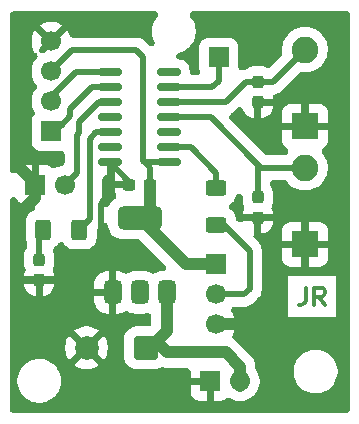
<source format=gbr>
%TF.GenerationSoftware,KiCad,Pcbnew,9.0.6*%
%TF.CreationDate,2025-12-27T15:46:14+02:00*%
%TF.ProjectId,Pylv_spora,50796c76-e473-4706-9f72-612e6b696361,rev?*%
%TF.SameCoordinates,Original*%
%TF.FileFunction,Copper,L1,Top*%
%TF.FilePolarity,Positive*%
%FSLAX46Y46*%
G04 Gerber Fmt 4.6, Leading zero omitted, Abs format (unit mm)*
G04 Created by KiCad (PCBNEW 9.0.6) date 2025-12-27 15:46:14*
%MOMM*%
%LPD*%
G01*
G04 APERTURE LIST*
G04 Aperture macros list*
%AMRoundRect*
0 Rectangle with rounded corners*
0 $1 Rounding radius*
0 $2 $3 $4 $5 $6 $7 $8 $9 X,Y pos of 4 corners*
0 Add a 4 corners polygon primitive as box body*
4,1,4,$2,$3,$4,$5,$6,$7,$8,$9,$2,$3,0*
0 Add four circle primitives for the rounded corners*
1,1,$1+$1,$2,$3*
1,1,$1+$1,$4,$5*
1,1,$1+$1,$6,$7*
1,1,$1+$1,$8,$9*
0 Add four rect primitives between the rounded corners*
20,1,$1+$1,$2,$3,$4,$5,0*
20,1,$1+$1,$4,$5,$6,$7,0*
20,1,$1+$1,$6,$7,$8,$9,0*
20,1,$1+$1,$8,$9,$2,$3,0*%
G04 Aperture macros list end*
%ADD10C,0.300000*%
%TA.AperFunction,NonConductor*%
%ADD11C,0.300000*%
%TD*%
%TA.AperFunction,ComponentPad*%
%ADD12R,1.700000X1.700000*%
%TD*%
%TA.AperFunction,ComponentPad*%
%ADD13C,1.700000*%
%TD*%
%TA.AperFunction,ComponentPad*%
%ADD14RoundRect,0.250000X0.750000X0.750000X-0.750000X0.750000X-0.750000X-0.750000X0.750000X-0.750000X0*%
%TD*%
%TA.AperFunction,ComponentPad*%
%ADD15C,2.000000*%
%TD*%
%TA.AperFunction,SMDPad,CuDef*%
%ADD16RoundRect,0.375000X0.375000X-0.625000X0.375000X0.625000X-0.375000X0.625000X-0.375000X-0.625000X0*%
%TD*%
%TA.AperFunction,SMDPad,CuDef*%
%ADD17RoundRect,0.500000X1.400000X-0.500000X1.400000X0.500000X-1.400000X0.500000X-1.400000X-0.500000X0*%
%TD*%
%TA.AperFunction,ComponentPad*%
%ADD18R,2.250000X2.250000*%
%TD*%
%TA.AperFunction,ComponentPad*%
%ADD19C,2.250000*%
%TD*%
%TA.AperFunction,SMDPad,CuDef*%
%ADD20RoundRect,0.250000X0.400000X0.625000X-0.400000X0.625000X-0.400000X-0.625000X0.400000X-0.625000X0*%
%TD*%
%TA.AperFunction,SMDPad,CuDef*%
%ADD21RoundRect,0.250000X-0.625000X0.400000X-0.625000X-0.400000X0.625000X-0.400000X0.625000X0.400000X0*%
%TD*%
%TA.AperFunction,SMDPad,CuDef*%
%ADD22RoundRect,0.237500X-0.237500X0.300000X-0.237500X-0.300000X0.237500X-0.300000X0.237500X0.300000X0*%
%TD*%
%TA.AperFunction,SMDPad,CuDef*%
%ADD23RoundRect,0.237500X0.237500X-0.300000X0.237500X0.300000X-0.237500X0.300000X-0.237500X-0.300000X0*%
%TD*%
%TA.AperFunction,SMDPad,CuDef*%
%ADD24RoundRect,0.150000X0.825000X0.150000X-0.825000X0.150000X-0.825000X-0.150000X0.825000X-0.150000X0*%
%TD*%
%TA.AperFunction,SMDPad,CuDef*%
%ADD25RoundRect,0.237500X0.300000X0.237500X-0.300000X0.237500X-0.300000X-0.237500X0.300000X-0.237500X0*%
%TD*%
%TA.AperFunction,Conductor*%
%ADD26C,0.500000*%
%TD*%
%TA.AperFunction,Conductor*%
%ADD27C,1.000000*%
%TD*%
%TA.AperFunction,Conductor*%
%ADD28C,0.200000*%
%TD*%
G04 APERTURE END LIST*
D10*
D11*
X161583082Y-99900828D02*
X161583082Y-100972257D01*
X161583082Y-100972257D02*
X161511653Y-101186542D01*
X161511653Y-101186542D02*
X161368796Y-101329400D01*
X161368796Y-101329400D02*
X161154510Y-101400828D01*
X161154510Y-101400828D02*
X161011653Y-101400828D01*
X163154510Y-101400828D02*
X162654510Y-100686542D01*
X162297367Y-101400828D02*
X162297367Y-99900828D01*
X162297367Y-99900828D02*
X162868796Y-99900828D01*
X162868796Y-99900828D02*
X163011653Y-99972257D01*
X163011653Y-99972257D02*
X163083082Y-100043685D01*
X163083082Y-100043685D02*
X163154510Y-100186542D01*
X163154510Y-100186542D02*
X163154510Y-100400828D01*
X163154510Y-100400828D02*
X163083082Y-100543685D01*
X163083082Y-100543685D02*
X163011653Y-100615114D01*
X163011653Y-100615114D02*
X162868796Y-100686542D01*
X162868796Y-100686542D02*
X162297367Y-100686542D01*
D12*
%TO.P,pinheader1,1,Pin_1*%
%TO.N,SCK*%
X140000000Y-86680000D03*
D13*
%TO.P,pinheader1,2,Pin_2*%
%TO.N,SDA*%
X140000000Y-84140000D03*
%TO.P,pinheader1,3,Pin_3*%
%TO.N,3.3V*%
X140000000Y-81600000D03*
%TO.P,pinheader1,4,Pin_4*%
%TO.N,GND*%
X140000000Y-79060000D03*
%TD*%
D14*
%TO.P,C1,1*%
%TO.N,Vin*%
X148000000Y-105000000D03*
D15*
%TO.P,C1,2*%
%TO.N,GND*%
X143000000Y-105000000D03*
%TD*%
D16*
%TO.P,U2,1,GND*%
%TO.N,GND*%
X145200000Y-100300000D03*
%TO.P,U2,2,VO*%
%TO.N,3.3V*%
X147500000Y-100300000D03*
D17*
X147500000Y-94000000D03*
D16*
%TO.P,U2,3,VI*%
%TO.N,Vin*%
X149800000Y-100300000D03*
%TD*%
D18*
%TO.P,SW2,1,1*%
%TO.N,GND*%
X161500000Y-96250000D03*
D19*
%TO.P,SW2,2,2*%
%TO.N,PA6*%
X161500000Y-89750000D03*
%TD*%
D20*
%TO.P,R2,1*%
%TO.N,Net-(U1-PA2)*%
X142400000Y-95000000D03*
%TO.P,R2,2*%
%TO.N,Net-(D1-A)*%
X139300000Y-95000000D03*
%TD*%
D21*
%TO.P,R1,1*%
%TO.N,PA4*%
X154000000Y-91500000D03*
%TO.P,R1,2*%
%TO.N,Net-(Feedback1-Pin_2)*%
X154000000Y-94600000D03*
%TD*%
D18*
%TO.P,SW1,1,1*%
%TO.N,GND*%
X161500000Y-86250000D03*
D19*
%TO.P,SW1,2,2*%
%TO.N,PA7*%
X161500000Y-79750000D03*
%TD*%
D22*
%TO.P,C3,1*%
%TO.N,PA7*%
X157500000Y-82500000D03*
%TO.P,C3,2*%
%TO.N,GND*%
X157500000Y-84225000D03*
%TD*%
D12*
%TO.P,PWM_out1,1,Pin_1*%
%TO.N,Wo0*%
X154200000Y-80400000D03*
%TD*%
D23*
%TO.P,D1,1,K*%
%TO.N,GND*%
X139000000Y-99262500D03*
%TO.P,D1,2,A*%
%TO.N,Net-(D1-A)*%
X139000000Y-97537500D03*
%TD*%
D22*
%TO.P,C4,1*%
%TO.N,PA6*%
X157500000Y-92275000D03*
%TO.P,C4,2*%
%TO.N,GND*%
X157500000Y-94000000D03*
%TD*%
D12*
%TO.P,PWR1,1,Pin_1*%
%TO.N,GND*%
X153460000Y-107825000D03*
D13*
%TO.P,PWR1,2,Pin_2*%
%TO.N,Vin*%
X156000000Y-107825000D03*
%TD*%
D24*
%TO.P,U1,1,VCC*%
%TO.N,3.3V*%
X149950000Y-89310000D03*
%TO.P,U1,2,PA4*%
%TO.N,PA4*%
X149950000Y-88040000D03*
%TO.P,U1,3,PA5*%
%TO.N,unconnected-(U1-PA5-Pad3)*%
X149950000Y-86770000D03*
%TO.P,U1,4,PA6*%
%TO.N,PA6*%
X149950000Y-85500000D03*
%TO.P,U1,5,PA7*%
%TO.N,PA7*%
X149950000Y-84230000D03*
%TO.P,U1,6,PB3*%
%TO.N,Wo0*%
X149950000Y-82960000D03*
%TO.P,U1,7,PB2*%
%TO.N,unconnected-(U1-PB2-Pad7)*%
X149950000Y-81690000D03*
%TO.P,U1,8,PB1*%
%TO.N,SDA*%
X145000000Y-81690000D03*
%TO.P,U1,9,PB0*%
%TO.N,SCK*%
X145000000Y-82960000D03*
%TO.P,U1,10,~{RESET}/PA0*%
%TO.N,Net-(U1-~{RESET}{slash}PA0)*%
X145000000Y-84230000D03*
%TO.P,U1,11,PA1*%
%TO.N,unconnected-(U1-PA1-Pad11)*%
X145000000Y-85500000D03*
%TO.P,U1,12,PA2*%
%TO.N,Net-(U1-PA2)*%
X145000000Y-86770000D03*
%TO.P,U1,13,PA3*%
%TO.N,unconnected-(U1-PA3-Pad13)*%
X145000000Y-88040000D03*
%TO.P,U1,14,GND*%
%TO.N,GND*%
X145000000Y-89310000D03*
%TD*%
D25*
%TO.P,C2,1*%
%TO.N,3.3V*%
X148362500Y-91190000D03*
%TO.P,C2,2*%
%TO.N,GND*%
X146637500Y-91190000D03*
%TD*%
D12*
%TO.P,Feedback1,1,Pin_1*%
%TO.N,3.3V*%
X154000000Y-97920000D03*
D13*
%TO.P,Feedback1,2,Pin_2*%
%TO.N,Net-(Feedback1-Pin_2)*%
X154000000Y-100460000D03*
%TO.P,Feedback1,3,Pin_3*%
%TO.N,GND*%
X154000000Y-103000000D03*
%TD*%
D12*
%TO.P,UPDI1,1,Pin_1*%
%TO.N,GND*%
X138660000Y-91200000D03*
D13*
%TO.P,UPDI1,2,Pin_2*%
%TO.N,Net-(U1-~{RESET}{slash}PA0)*%
X141200000Y-91200000D03*
%TD*%
D26*
%TO.N,Net-(U1-~{RESET}{slash}PA0)*%
X142200000Y-90200000D02*
X141200000Y-91200000D01*
X142200000Y-87000000D02*
X142200000Y-90200000D01*
X142400000Y-86800000D02*
X142200000Y-87000000D01*
X145000000Y-84230000D02*
X144025001Y-84230000D01*
X144025001Y-84230000D02*
X142400000Y-85855001D01*
X142400000Y-85855001D02*
X142400000Y-86800000D01*
%TO.N,SCK*%
X141600000Y-85400000D02*
X140800000Y-86200000D01*
X140800000Y-86200000D02*
X140480000Y-86200000D01*
X141600000Y-84800000D02*
X141600000Y-85400000D01*
X143440000Y-82960000D02*
X141600000Y-84800000D01*
X140480000Y-86200000D02*
X140000000Y-86680000D01*
X145000000Y-82960000D02*
X143440000Y-82960000D01*
%TO.N,SDA*%
X142110000Y-81690000D02*
X145000000Y-81690000D01*
X140000000Y-83800000D02*
X142110000Y-81690000D01*
%TO.N,3.3V*%
X147800000Y-80400000D02*
X147200000Y-79800000D01*
X147200000Y-79800000D02*
X141800000Y-79800000D01*
X147800000Y-89200000D02*
X147800000Y-80400000D01*
X147910000Y-89310000D02*
X147800000Y-89200000D01*
X141800000Y-79800000D02*
X140000000Y-81600000D01*
%TO.N,GND*%
X144200000Y-92800000D02*
X144200000Y-96400000D01*
X144200000Y-97800000D02*
X141400000Y-100600000D01*
X144400000Y-92600000D02*
X144200000Y-92800000D01*
X145145000Y-91855000D02*
X144400000Y-92600000D01*
X144200000Y-96400000D02*
X144200000Y-97800000D01*
X145145000Y-89455000D02*
X145145000Y-91855000D01*
X145000000Y-89310000D02*
X145145000Y-89455000D01*
D27*
X157800000Y-103000000D02*
X158000000Y-103200000D01*
X154000000Y-103000000D02*
X157800000Y-103000000D01*
%TO.N,Vin*%
X149800000Y-105400000D02*
X149100000Y-104700000D01*
X156000000Y-106600000D02*
X154800000Y-105400000D01*
X154800000Y-105400000D02*
X149800000Y-105400000D01*
X149100000Y-104700000D02*
X149100000Y-104300000D01*
X156000000Y-108200000D02*
X156000000Y-106600000D01*
X149100000Y-104300000D02*
X149800000Y-103600000D01*
D26*
%TO.N,Net-(D1-A)*%
X139000000Y-95300000D02*
X139300000Y-95000000D01*
X139000000Y-97537500D02*
X139000000Y-95300000D01*
D27*
%TO.N,GND*%
X137000000Y-94000000D02*
X137000000Y-95200000D01*
X137400000Y-93600000D02*
X137000000Y-94000000D01*
X138660000Y-92340000D02*
X137400000Y-93600000D01*
X138660000Y-91200000D02*
X138660000Y-92340000D01*
X137400000Y-89800000D02*
X137400000Y-87000000D01*
X138660000Y-91200000D02*
X138660000Y-91060000D01*
X138660000Y-91060000D02*
X137400000Y-89800000D01*
D26*
%TO.N,Wo0*%
X153640000Y-82960000D02*
X149950000Y-82960000D01*
X154200000Y-82400000D02*
X153640000Y-82960000D01*
X154200000Y-80400000D02*
X154200000Y-82400000D01*
%TO.N,PA7*%
X158750000Y-82500000D02*
X161500000Y-79750000D01*
X157500000Y-82500000D02*
X158750000Y-82500000D01*
X154770000Y-84230000D02*
X149950000Y-84230000D01*
X156500000Y-82500000D02*
X154770000Y-84230000D01*
X157500000Y-82500000D02*
X156500000Y-82500000D01*
%TO.N,PA6*%
X157500000Y-92275000D02*
X157500000Y-89500000D01*
X157500000Y-89500000D02*
X153500000Y-85500000D01*
X153500000Y-85500000D02*
X149950000Y-85500000D01*
X157750000Y-89750000D02*
X157500000Y-89500000D01*
X161500000Y-89750000D02*
X157750000Y-89750000D01*
%TO.N,Net-(Feedback1-Pin_2)*%
X154600000Y-94600000D02*
X154000000Y-94600000D01*
X156800000Y-96800000D02*
X154600000Y-94600000D01*
X156800000Y-100000000D02*
X156800000Y-96800000D01*
X156340000Y-100460000D02*
X156800000Y-100000000D01*
X154000000Y-100460000D02*
X156340000Y-100460000D01*
D27*
%TO.N,3.3V*%
X151420000Y-97920000D02*
X147500000Y-94000000D01*
X154000000Y-97920000D02*
X151420000Y-97920000D01*
D26*
%TO.N,PA4*%
X151840000Y-88040000D02*
X154000000Y-90200000D01*
X149950000Y-88040000D02*
X151840000Y-88040000D01*
X154000000Y-90200000D02*
X154000000Y-91500000D01*
%TO.N,Net-(U1-PA2)*%
X143301000Y-94099000D02*
X142400000Y-95000000D01*
X143301000Y-87294682D02*
X143301000Y-94099000D01*
X145000000Y-86770000D02*
X143825682Y-86770000D01*
X143825682Y-86770000D02*
X143301000Y-87294682D01*
D27*
%TO.N,Vin*%
X149800000Y-103600000D02*
X149800000Y-100300000D01*
X148400000Y-105000000D02*
X149100000Y-104300000D01*
X148000000Y-105000000D02*
X148400000Y-105000000D01*
%TO.N,3.3V*%
X148362500Y-93137500D02*
X148362500Y-91190000D01*
X147500000Y-94000000D02*
X148362500Y-93137500D01*
D26*
%TO.N,GND*%
X146637500Y-90947500D02*
X145000000Y-89310000D01*
X146637500Y-91190000D02*
X146637500Y-90947500D01*
%TO.N,3.3V*%
X149950000Y-89310000D02*
X147910000Y-89310000D01*
X148362500Y-89762500D02*
X147910000Y-89310000D01*
X148362500Y-91190000D02*
X148362500Y-89762500D01*
D28*
%TO.N,SCK*%
X144025001Y-82960000D02*
X145000000Y-82960000D01*
%TD*%
%TA.AperFunction,Conductor*%
%TO.N,GND*%
G36*
X165108511Y-76520691D02*
G01*
X165201935Y-76578536D01*
X165268154Y-76666224D01*
X165298225Y-76771912D01*
X165299500Y-76799500D01*
X165299500Y-110200500D01*
X165279309Y-110308511D01*
X165221464Y-110401935D01*
X165133776Y-110468154D01*
X165028088Y-110498225D01*
X165000500Y-110499500D01*
X136799500Y-110499500D01*
X136691489Y-110479309D01*
X136598065Y-110421464D01*
X136531846Y-110333776D01*
X136501775Y-110228088D01*
X136500500Y-110200500D01*
X136500500Y-107678712D01*
X137149500Y-107678712D01*
X137149500Y-107921288D01*
X137181162Y-108161789D01*
X137197495Y-108222743D01*
X137243947Y-108396104D01*
X137336777Y-108620214D01*
X137458061Y-108830284D01*
X137458063Y-108830288D01*
X137605729Y-109022731D01*
X137605732Y-109022735D01*
X137605735Y-109022738D01*
X137777262Y-109194265D01*
X137777265Y-109194267D01*
X137777268Y-109194270D01*
X137888765Y-109279824D01*
X137969711Y-109341936D01*
X138179788Y-109463224D01*
X138403900Y-109556054D01*
X138638211Y-109618838D01*
X138850732Y-109646816D01*
X138878711Y-109650500D01*
X138878712Y-109650500D01*
X139121289Y-109650500D01*
X139143986Y-109647511D01*
X139361789Y-109618838D01*
X139596100Y-109556054D01*
X139820212Y-109463224D01*
X140030289Y-109341936D01*
X140222738Y-109194265D01*
X140394265Y-109022738D01*
X140541936Y-108830289D01*
X140663224Y-108620212D01*
X140756054Y-108396100D01*
X140818838Y-108161789D01*
X140850500Y-107921288D01*
X140850500Y-107678712D01*
X140818838Y-107438211D01*
X140756054Y-107203900D01*
X140663224Y-106979788D01*
X140541936Y-106769711D01*
X140488828Y-106700499D01*
X140394270Y-106577268D01*
X140394267Y-106577265D01*
X140394265Y-106577262D01*
X140222738Y-106405735D01*
X140222735Y-106405732D01*
X140222731Y-106405729D01*
X140030288Y-106258063D01*
X140030284Y-106258061D01*
X139820214Y-106136777D01*
X139596104Y-106043947D01*
X139568417Y-106036528D01*
X139361789Y-105981162D01*
X139201455Y-105960054D01*
X139121289Y-105949500D01*
X139121288Y-105949500D01*
X138878712Y-105949500D01*
X138878711Y-105949500D01*
X138758461Y-105965331D01*
X138638211Y-105981162D01*
X138534896Y-106008845D01*
X138403895Y-106043947D01*
X138179785Y-106136777D01*
X137969715Y-106258061D01*
X137969711Y-106258063D01*
X137777268Y-106405729D01*
X137777256Y-106405740D01*
X137605740Y-106577256D01*
X137605729Y-106577268D01*
X137458063Y-106769711D01*
X137458061Y-106769715D01*
X137336777Y-106979785D01*
X137243947Y-107203895D01*
X137243946Y-107203900D01*
X137181162Y-107438211D01*
X137149500Y-107678712D01*
X136500500Y-107678712D01*
X136500500Y-104882020D01*
X141200000Y-104882020D01*
X141200000Y-105117979D01*
X141230799Y-105351916D01*
X141291871Y-105579836D01*
X141382162Y-105797822D01*
X141382168Y-105797834D01*
X141500138Y-106002161D01*
X141500143Y-106002169D01*
X141532020Y-106043713D01*
X142502093Y-105073640D01*
X142534075Y-105192993D01*
X142599901Y-105307007D01*
X142692993Y-105400099D01*
X142807007Y-105465925D01*
X142926358Y-105497905D01*
X141956284Y-106467978D01*
X141956284Y-106467979D01*
X141997827Y-106499855D01*
X141997832Y-106499858D01*
X142202170Y-106617833D01*
X142202177Y-106617837D01*
X142420163Y-106708128D01*
X142648083Y-106769200D01*
X142882021Y-106800000D01*
X143117979Y-106800000D01*
X143351916Y-106769200D01*
X143579836Y-106708128D01*
X143797822Y-106617837D01*
X143797834Y-106617831D01*
X144002172Y-106499855D01*
X144043714Y-106467979D01*
X143073641Y-105497905D01*
X143192993Y-105465925D01*
X143307007Y-105400099D01*
X143400099Y-105307007D01*
X143465925Y-105192993D01*
X143497905Y-105073640D01*
X144467979Y-106043714D01*
X144499855Y-106002172D01*
X144617831Y-105797834D01*
X144617837Y-105797822D01*
X144708128Y-105579836D01*
X144769200Y-105351916D01*
X144800000Y-105117979D01*
X144800000Y-104882020D01*
X144769200Y-104648083D01*
X144708128Y-104420163D01*
X144617837Y-104202177D01*
X144617833Y-104202170D01*
X144499858Y-103997832D01*
X144499855Y-103997827D01*
X144467978Y-103956284D01*
X143497905Y-104926357D01*
X143465925Y-104807007D01*
X143400099Y-104692993D01*
X143307007Y-104599901D01*
X143192993Y-104534075D01*
X143073640Y-104502093D01*
X144043713Y-103532020D01*
X144002169Y-103500143D01*
X144002161Y-103500138D01*
X143797834Y-103382168D01*
X143797822Y-103382162D01*
X143579836Y-103291871D01*
X143351916Y-103230799D01*
X143117979Y-103200000D01*
X142882021Y-103200000D01*
X142648083Y-103230799D01*
X142420163Y-103291871D01*
X142202177Y-103382162D01*
X142202165Y-103382168D01*
X141997829Y-103500143D01*
X141956284Y-103532019D01*
X141956284Y-103532020D01*
X142926358Y-104502094D01*
X142807007Y-104534075D01*
X142692993Y-104599901D01*
X142599901Y-104692993D01*
X142534075Y-104807007D01*
X142502094Y-104926358D01*
X141532020Y-103956284D01*
X141532019Y-103956284D01*
X141500143Y-103997829D01*
X141382168Y-104202165D01*
X141382162Y-104202177D01*
X141291871Y-104420163D01*
X141230799Y-104648083D01*
X141200000Y-104882020D01*
X136500500Y-104882020D01*
X136500500Y-100997514D01*
X143650001Y-100997514D01*
X143656282Y-101088029D01*
X143656283Y-101088036D01*
X143706139Y-101300008D01*
X143706139Y-101300009D01*
X143794091Y-101499202D01*
X143794094Y-101499207D01*
X143917158Y-101678859D01*
X144071140Y-101832841D01*
X144250792Y-101955905D01*
X144250797Y-101955908D01*
X144449990Y-102043860D01*
X144449991Y-102043861D01*
X144661968Y-102093717D01*
X144661975Y-102093718D01*
X144752452Y-102099998D01*
X144752490Y-102099999D01*
X144899999Y-102099998D01*
X144900000Y-102099998D01*
X144900000Y-100600000D01*
X143650001Y-100600000D01*
X143650001Y-100997514D01*
X136500500Y-100997514D01*
X136500500Y-99613471D01*
X137725000Y-99613471D01*
X137740012Y-99765884D01*
X137740013Y-99765892D01*
X137799337Y-99961457D01*
X137895676Y-100141693D01*
X138025326Y-100299672D01*
X138025327Y-100299673D01*
X138183306Y-100429323D01*
X138363542Y-100525661D01*
X138363542Y-100525662D01*
X138559113Y-100584987D01*
X138699999Y-100598863D01*
X138700000Y-100598863D01*
X139300000Y-100598863D01*
X139440886Y-100584987D01*
X139636457Y-100525662D01*
X139636457Y-100525661D01*
X139816693Y-100429323D01*
X139974672Y-100299673D01*
X139974674Y-100299671D01*
X139985513Y-100286465D01*
X140104323Y-100141693D01*
X140200661Y-99961457D01*
X140200662Y-99961457D01*
X140259986Y-99765892D01*
X140259987Y-99765884D01*
X140275000Y-99613471D01*
X140275000Y-99602470D01*
X143650000Y-99602470D01*
X143650000Y-100000000D01*
X144900000Y-100000000D01*
X144900000Y-98500000D01*
X144899999Y-98499999D01*
X144752485Y-98500000D01*
X144661970Y-98506282D01*
X144661963Y-98506283D01*
X144449991Y-98556139D01*
X144449990Y-98556139D01*
X144250797Y-98644091D01*
X144250792Y-98644094D01*
X144071140Y-98767158D01*
X144071137Y-98767162D01*
X143917162Y-98921137D01*
X143917158Y-98921140D01*
X143794094Y-99100792D01*
X143794091Y-99100797D01*
X143706139Y-99299990D01*
X143706138Y-99299991D01*
X143656282Y-99511968D01*
X143656281Y-99511975D01*
X143650000Y-99602470D01*
X140275000Y-99602470D01*
X140275000Y-99562500D01*
X139300000Y-99562500D01*
X139300000Y-100598863D01*
X138700000Y-100598863D01*
X138700000Y-99562500D01*
X137725000Y-99562500D01*
X137725000Y-99613471D01*
X136500500Y-99613471D01*
X136500500Y-92489647D01*
X136520691Y-92381636D01*
X136578536Y-92288212D01*
X136666224Y-92221993D01*
X136771912Y-92191922D01*
X136881325Y-92202061D01*
X136979688Y-92251040D01*
X137053715Y-92332244D01*
X137081722Y-92390896D01*
X137084662Y-92399299D01*
X137180577Y-92551947D01*
X137180578Y-92551949D01*
X137308050Y-92679421D01*
X137308052Y-92679422D01*
X137460699Y-92775337D01*
X137630860Y-92834877D01*
X137630857Y-92834877D01*
X137765076Y-92850000D01*
X138330914Y-92850000D01*
X138438925Y-92870191D01*
X138532349Y-92928036D01*
X138598568Y-93015724D01*
X138628639Y-93121412D01*
X138618500Y-93230825D01*
X138569521Y-93329188D01*
X138488317Y-93403215D01*
X138471863Y-93412694D01*
X138313547Y-93497316D01*
X138313546Y-93497316D01*
X138153594Y-93628585D01*
X138153585Y-93628594D01*
X138022316Y-93788546D01*
X138022316Y-93788547D01*
X137924771Y-93971039D01*
X137924766Y-93971051D01*
X137864700Y-94169063D01*
X137849500Y-94323388D01*
X137849500Y-95676611D01*
X137856375Y-95746409D01*
X137864700Y-95830934D01*
X137924768Y-96028954D01*
X137924769Y-96028956D01*
X137926740Y-96033714D01*
X137927944Y-96039422D01*
X137929033Y-96043012D01*
X137928721Y-96043106D01*
X137933164Y-96064171D01*
X137944409Y-96093196D01*
X137948421Y-96136495D01*
X137949420Y-96141230D01*
X137949500Y-96148137D01*
X137949500Y-96486149D01*
X137929309Y-96594160D01*
X137899115Y-96652256D01*
X137895260Y-96658025D01*
X137798875Y-96838346D01*
X137798871Y-96838357D01*
X137739519Y-97034015D01*
X137739517Y-97034024D01*
X137724500Y-97186503D01*
X137724500Y-97888496D01*
X137739517Y-98040975D01*
X137739519Y-98040984D01*
X137798871Y-98236642D01*
X137798877Y-98236656D01*
X137811133Y-98259586D01*
X137844241Y-98364362D01*
X137837264Y-98474022D01*
X137811135Y-98541471D01*
X137799340Y-98563537D01*
X137799335Y-98563550D01*
X137740013Y-98759107D01*
X137740012Y-98759115D01*
X137725000Y-98911528D01*
X137725000Y-98962500D01*
X140275000Y-98962500D01*
X140275000Y-98911528D01*
X140259987Y-98759115D01*
X140259986Y-98759107D01*
X140200662Y-98563544D01*
X140188867Y-98541476D01*
X140155758Y-98436700D01*
X140162734Y-98327040D01*
X140188867Y-98259582D01*
X140201127Y-98236647D01*
X140260481Y-98040983D01*
X140275499Y-97888496D01*
X140275500Y-97888496D01*
X140275500Y-97186504D01*
X140275499Y-97186503D01*
X140260482Y-97034024D01*
X140260481Y-97034021D01*
X140260481Y-97034017D01*
X140201127Y-96838353D01*
X140196863Y-96824296D01*
X140199350Y-96823541D01*
X140197012Y-96812461D01*
X140185445Y-96781287D01*
X140185761Y-96759147D01*
X140181189Y-96737481D01*
X140186539Y-96704661D01*
X140187015Y-96671416D01*
X140195307Y-96650886D01*
X140198871Y-96629031D01*
X140215718Y-96600358D01*
X140228170Y-96569532D01*
X140244900Y-96550690D01*
X140254536Y-96534292D01*
X140262047Y-96525980D01*
X140281337Y-96505417D01*
X140286450Y-96502685D01*
X140446410Y-96371410D01*
X140577685Y-96211450D01*
X140604919Y-96160497D01*
X140631938Y-96131698D01*
X140644941Y-96122166D01*
X140655027Y-96109584D01*
X140688944Y-96089914D01*
X140720563Y-96066739D01*
X140736132Y-96062548D01*
X140750082Y-96054459D01*
X140788814Y-96048370D01*
X140826670Y-96038182D01*
X140842702Y-96039899D01*
X140858631Y-96037395D01*
X140896943Y-96045707D01*
X140935927Y-96049883D01*
X140950257Y-96057276D01*
X140966014Y-96060695D01*
X140998732Y-96082284D01*
X141033580Y-96100262D01*
X141044273Y-96112334D01*
X141057729Y-96121213D01*
X141090053Y-96164017D01*
X141106439Y-96182516D01*
X141108772Y-96188806D01*
X141113695Y-96195324D01*
X141122314Y-96211449D01*
X141122316Y-96211453D01*
X141253585Y-96371405D01*
X141253594Y-96371414D01*
X141413546Y-96502683D01*
X141413550Y-96502685D01*
X141596046Y-96600232D01*
X141794063Y-96660299D01*
X141794066Y-96660300D01*
X141887588Y-96669511D01*
X141948388Y-96675500D01*
X141948392Y-96675500D01*
X142851612Y-96675500D01*
X142902405Y-96670496D01*
X143005934Y-96660300D01*
X143203954Y-96600232D01*
X143386450Y-96502685D01*
X143386452Y-96502683D01*
X143386453Y-96502683D01*
X143546405Y-96371414D01*
X143546404Y-96371414D01*
X143546410Y-96371410D01*
X143607739Y-96296680D01*
X143677683Y-96211453D01*
X143677683Y-96211452D01*
X143677685Y-96211450D01*
X143775232Y-96028954D01*
X143835300Y-95830934D01*
X143850500Y-95676608D01*
X143850500Y-95158980D01*
X143856846Y-95125031D01*
X143858440Y-95090533D01*
X143866860Y-95071460D01*
X143870691Y-95050969D01*
X143888870Y-95021607D01*
X143902820Y-94990012D01*
X143924892Y-94963429D01*
X143928536Y-94957545D01*
X143938068Y-94947562D01*
X143939772Y-94945858D01*
X143953603Y-94932026D01*
X143953612Y-94932020D01*
X144006437Y-94879195D01*
X144116977Y-94768655D01*
X144231941Y-94596598D01*
X144235796Y-94587290D01*
X144295780Y-94495230D01*
X144384973Y-94431052D01*
X144491326Y-94403428D01*
X144600476Y-94416089D01*
X144697683Y-94467324D01*
X144769816Y-94550215D01*
X144807135Y-94653565D01*
X144809899Y-94675647D01*
X144814365Y-94726695D01*
X144873261Y-94946497D01*
X144969430Y-95152732D01*
X145006684Y-95205936D01*
X145099953Y-95339139D01*
X145260861Y-95500047D01*
X145384261Y-95586452D01*
X145447267Y-95630569D01*
X145630383Y-95715957D01*
X145653504Y-95726739D01*
X145873308Y-95785635D01*
X145992657Y-95796076D01*
X146043201Y-95800499D01*
X146043208Y-95800499D01*
X146043216Y-95800500D01*
X147337465Y-95800500D01*
X147445476Y-95820691D01*
X147538900Y-95878536D01*
X147548890Y-95888075D01*
X149649890Y-97989075D01*
X149711988Y-98079728D01*
X149737146Y-98186691D01*
X149721965Y-98295520D01*
X149668496Y-98391515D01*
X149583960Y-98461713D01*
X149479774Y-98496633D01*
X149438465Y-98499500D01*
X149352444Y-98499500D01*
X149261905Y-98505784D01*
X149261899Y-98505785D01*
X149049838Y-98555661D01*
X148850544Y-98643657D01*
X148818972Y-98665285D01*
X148718452Y-98709667D01*
X148608687Y-98714740D01*
X148504502Y-98679819D01*
X148481028Y-98665285D01*
X148449455Y-98643657D01*
X148294024Y-98575028D01*
X148250164Y-98555662D01*
X148250162Y-98555661D01*
X148250161Y-98555661D01*
X148038100Y-98505785D01*
X148038094Y-98505784D01*
X147947556Y-98499500D01*
X147947552Y-98499500D01*
X147052448Y-98499500D01*
X147052444Y-98499500D01*
X146961905Y-98505784D01*
X146961899Y-98505785D01*
X146749838Y-98555661D01*
X146550544Y-98643657D01*
X146550540Y-98643659D01*
X146518531Y-98665587D01*
X146418012Y-98709970D01*
X146308247Y-98715045D01*
X146204061Y-98680124D01*
X146180579Y-98665585D01*
X146149203Y-98644092D01*
X146149202Y-98644091D01*
X145950009Y-98556139D01*
X145950008Y-98556138D01*
X145738031Y-98506282D01*
X145738024Y-98506281D01*
X145647529Y-98500000D01*
X145500000Y-98500000D01*
X145500000Y-102099999D01*
X145647515Y-102099999D01*
X145738029Y-102093717D01*
X145738036Y-102093716D01*
X145950008Y-102043860D01*
X145950009Y-102043860D01*
X146149202Y-101955908D01*
X146149203Y-101955907D01*
X146180579Y-101934415D01*
X146281099Y-101890031D01*
X146390864Y-101884955D01*
X146495050Y-101919874D01*
X146518531Y-101934413D01*
X146550540Y-101956340D01*
X146550544Y-101956342D01*
X146550545Y-101956342D01*
X146550546Y-101956343D01*
X146749836Y-102044338D01*
X146961901Y-102094215D01*
X147007174Y-102097357D01*
X147052444Y-102100500D01*
X147052448Y-102100500D01*
X147947556Y-102100500D01*
X147987795Y-102097706D01*
X148038099Y-102094215D01*
X148132046Y-102072118D01*
X148152863Y-102071156D01*
X148172912Y-102065452D01*
X148207305Y-102068639D01*
X148241807Y-102067044D01*
X148261569Y-102073667D01*
X148282325Y-102075591D01*
X148313243Y-102090986D01*
X148345993Y-102101963D01*
X148362028Y-102115278D01*
X148380688Y-102124570D01*
X148403958Y-102150096D01*
X148430530Y-102172161D01*
X148440672Y-102190370D01*
X148454715Y-102205774D01*
X148467191Y-102237979D01*
X148484000Y-102268156D01*
X148487722Y-102290976D01*
X148494409Y-102308236D01*
X148499500Y-102363177D01*
X148499500Y-102900500D01*
X148479309Y-103008511D01*
X148421464Y-103101935D01*
X148333776Y-103168154D01*
X148228088Y-103198225D01*
X148200500Y-103199500D01*
X147198388Y-103199500D01*
X147044063Y-103214700D01*
X146846051Y-103274766D01*
X146846039Y-103274771D01*
X146663547Y-103372316D01*
X146663546Y-103372316D01*
X146503594Y-103503585D01*
X146503585Y-103503594D01*
X146372316Y-103663546D01*
X146372316Y-103663547D01*
X146274771Y-103846039D01*
X146274766Y-103846051D01*
X146214700Y-104044063D01*
X146199500Y-104198388D01*
X146199500Y-105801611D01*
X146214700Y-105955936D01*
X146241398Y-106043947D01*
X146274768Y-106153954D01*
X146274770Y-106153958D01*
X146274771Y-106153960D01*
X146372316Y-106336452D01*
X146372316Y-106336453D01*
X146503585Y-106496405D01*
X146503594Y-106496414D01*
X146663546Y-106627683D01*
X146724493Y-106660260D01*
X146846046Y-106725232D01*
X147044063Y-106785299D01*
X147044066Y-106785300D01*
X147137588Y-106794511D01*
X147198388Y-106800500D01*
X147198392Y-106800500D01*
X148801612Y-106800500D01*
X148852405Y-106795496D01*
X148955934Y-106785300D01*
X149153954Y-106725232D01*
X149236831Y-106680933D01*
X149341606Y-106647822D01*
X149451266Y-106654797D01*
X149470166Y-106660256D01*
X149495466Y-106668477D01*
X149697648Y-106700500D01*
X151511000Y-106700500D01*
X151619011Y-106720691D01*
X151712435Y-106778536D01*
X151778654Y-106866224D01*
X151808725Y-106971912D01*
X151810000Y-106999500D01*
X151810000Y-107525000D01*
X153055856Y-107525000D01*
X152994075Y-107632007D01*
X152960000Y-107759174D01*
X152960000Y-107890826D01*
X152994075Y-108017993D01*
X153055856Y-108125000D01*
X151810000Y-108125000D01*
X151810000Y-108719923D01*
X151825122Y-108854141D01*
X151884662Y-109024300D01*
X151980577Y-109176947D01*
X151980578Y-109176949D01*
X152108050Y-109304421D01*
X152108052Y-109304422D01*
X152260699Y-109400337D01*
X152430860Y-109459877D01*
X152430857Y-109459877D01*
X152565076Y-109475000D01*
X153160000Y-109475000D01*
X153160000Y-108229144D01*
X153267007Y-108290925D01*
X153394174Y-108325000D01*
X153525826Y-108325000D01*
X153652993Y-108290925D01*
X153760000Y-108229144D01*
X153760000Y-109475000D01*
X154354924Y-109475000D01*
X154489141Y-109459877D01*
X154659300Y-109400337D01*
X154811946Y-109304423D01*
X154812263Y-109304107D01*
X154812836Y-109303713D01*
X154825078Y-109293952D01*
X154825787Y-109294841D01*
X154847707Y-109279824D01*
X154881056Y-109252741D01*
X154892762Y-109248958D01*
X154902913Y-109242005D01*
X154944731Y-109232167D01*
X154985616Y-109218958D01*
X154997900Y-109219660D01*
X155009876Y-109216843D01*
X155052425Y-109222776D01*
X155095319Y-109225228D01*
X155110465Y-109230870D01*
X155118705Y-109232019D01*
X155147441Y-109243331D01*
X155153487Y-109246079D01*
X155366428Y-109354579D01*
X155456574Y-109383869D01*
X155471901Y-109390837D01*
X155474728Y-109392819D01*
X155483896Y-109396616D01*
X155500781Y-109405220D01*
X155695466Y-109468477D01*
X155897648Y-109500500D01*
X155897649Y-109500500D01*
X156102351Y-109500500D01*
X156102352Y-109500500D01*
X156304534Y-109468477D01*
X156499219Y-109405220D01*
X156516103Y-109396616D01*
X156559443Y-109378664D01*
X156633572Y-109354579D01*
X156865051Y-109236634D01*
X157075229Y-109083931D01*
X157258931Y-108900229D01*
X157411634Y-108690051D01*
X157529579Y-108458572D01*
X157609860Y-108211493D01*
X157650500Y-107954897D01*
X157650500Y-107695103D01*
X157609860Y-107438507D01*
X157529579Y-107191428D01*
X157411634Y-106959949D01*
X157352612Y-106878712D01*
X160549500Y-106878712D01*
X160549500Y-107121288D01*
X160581162Y-107361789D01*
X160601719Y-107438507D01*
X160643947Y-107596104D01*
X160736777Y-107820214D01*
X160858061Y-108030284D01*
X160858063Y-108030288D01*
X161005729Y-108222731D01*
X161005732Y-108222735D01*
X161005735Y-108222738D01*
X161177262Y-108394265D01*
X161177265Y-108394267D01*
X161177268Y-108394270D01*
X161369711Y-108541936D01*
X161579788Y-108663224D01*
X161803900Y-108756054D01*
X162038211Y-108818838D01*
X162250732Y-108846816D01*
X162278711Y-108850500D01*
X162278712Y-108850500D01*
X162521289Y-108850500D01*
X162543986Y-108847511D01*
X162761789Y-108818838D01*
X162996100Y-108756054D01*
X163220212Y-108663224D01*
X163430289Y-108541936D01*
X163622738Y-108394265D01*
X163794265Y-108222738D01*
X163941936Y-108030289D01*
X164063224Y-107820212D01*
X164156054Y-107596100D01*
X164218838Y-107361789D01*
X164250500Y-107121288D01*
X164250500Y-106878712D01*
X164218838Y-106638211D01*
X164156054Y-106403900D01*
X164063224Y-106179788D01*
X163941936Y-105969711D01*
X163812949Y-105801611D01*
X163794270Y-105777268D01*
X163794267Y-105777265D01*
X163794265Y-105777262D01*
X163622738Y-105605735D01*
X163622735Y-105605732D01*
X163622731Y-105605729D01*
X163430288Y-105458063D01*
X163430284Y-105458061D01*
X163220214Y-105336777D01*
X162996104Y-105243947D01*
X162976889Y-105238798D01*
X162761789Y-105181162D01*
X162641538Y-105165331D01*
X162521289Y-105149500D01*
X162521288Y-105149500D01*
X162278712Y-105149500D01*
X162278711Y-105149500D01*
X162158461Y-105165331D01*
X162038211Y-105181162D01*
X161934896Y-105208845D01*
X161803895Y-105243947D01*
X161579785Y-105336777D01*
X161369715Y-105458061D01*
X161369711Y-105458063D01*
X161177268Y-105605729D01*
X161177256Y-105605740D01*
X161005740Y-105777256D01*
X161005729Y-105777268D01*
X160858063Y-105969711D01*
X160858061Y-105969715D01*
X160736777Y-106179785D01*
X160643947Y-106403895D01*
X160643946Y-106403900D01*
X160581162Y-106638211D01*
X160575538Y-106680933D01*
X160559797Y-106800500D01*
X160549500Y-106878712D01*
X157352612Y-106878712D01*
X157352234Y-106878192D01*
X157347311Y-106870462D01*
X157330171Y-106827840D01*
X157310451Y-106786330D01*
X157309002Y-106775198D01*
X157306315Y-106768514D01*
X157306117Y-106753017D01*
X157300500Y-106709834D01*
X157300500Y-106497648D01*
X157268477Y-106295466D01*
X157268473Y-106295456D01*
X157268464Y-106295414D01*
X157268126Y-106294387D01*
X157230889Y-106179785D01*
X157216915Y-106136776D01*
X157205220Y-106100781D01*
X157144271Y-105981162D01*
X157112287Y-105918389D01*
X156991966Y-105752781D01*
X155647219Y-104408034D01*
X155647216Y-104408031D01*
X155476314Y-104283864D01*
X155400798Y-104204042D01*
X155359218Y-104102331D01*
X155357187Y-103992468D01*
X155394981Y-103889290D01*
X155410171Y-103866213D01*
X155411200Y-103864795D01*
X155411203Y-103864790D01*
X155529117Y-103633373D01*
X155529118Y-103633372D01*
X155609370Y-103386378D01*
X155649999Y-103129859D01*
X155650000Y-103129857D01*
X155650000Y-102870142D01*
X155649999Y-102870140D01*
X155609370Y-102613621D01*
X155529118Y-102366627D01*
X155529117Y-102366626D01*
X155525310Y-102359155D01*
X160056153Y-102359155D01*
X164112837Y-102359155D01*
X164112837Y-98943603D01*
X160056153Y-98943603D01*
X160056153Y-102359155D01*
X155525310Y-102359155D01*
X155411205Y-102135212D01*
X155302250Y-101985249D01*
X155255097Y-101885998D01*
X155246982Y-101776416D01*
X155279000Y-101671302D01*
X155346828Y-101584852D01*
X155441304Y-101528743D01*
X155544146Y-101510500D01*
X156443465Y-101510500D01*
X156646420Y-101470130D01*
X156837598Y-101390941D01*
X157009655Y-101275977D01*
X157155977Y-101129655D01*
X157155978Y-101129653D01*
X157173010Y-101112621D01*
X157173017Y-101112612D01*
X157452611Y-100833019D01*
X157452618Y-100833013D01*
X157469653Y-100815978D01*
X157469655Y-100815977D01*
X157615977Y-100669655D01*
X157730941Y-100497598D01*
X157810130Y-100306420D01*
X157850500Y-100103465D01*
X157850500Y-96903470D01*
X157850501Y-96903465D01*
X157850501Y-96696535D01*
X157810130Y-96493580D01*
X157735754Y-96314019D01*
X157730944Y-96302406D01*
X157730943Y-96302404D01*
X157730942Y-96302402D01*
X157615977Y-96130345D01*
X157223779Y-95738147D01*
X157161681Y-95647494D01*
X157136523Y-95540531D01*
X157151704Y-95431702D01*
X157200000Y-95344994D01*
X157200000Y-95336363D01*
X157800000Y-95336363D01*
X157940886Y-95322487D01*
X158136457Y-95263162D01*
X158136457Y-95263161D01*
X158316693Y-95166823D01*
X158422395Y-95080076D01*
X159575000Y-95080076D01*
X159575000Y-95950000D01*
X160920710Y-95950000D01*
X160874979Y-96060402D01*
X160850000Y-96185981D01*
X160850000Y-96314019D01*
X160874979Y-96439598D01*
X160920710Y-96550000D01*
X159575000Y-96550000D01*
X159575000Y-97419923D01*
X159590122Y-97554141D01*
X159649662Y-97724300D01*
X159745577Y-97876947D01*
X159745578Y-97876949D01*
X159873050Y-98004421D01*
X159873052Y-98004422D01*
X160025699Y-98100337D01*
X160195860Y-98159877D01*
X160195857Y-98159877D01*
X160330076Y-98175000D01*
X161200000Y-98175000D01*
X161200000Y-96829290D01*
X161310402Y-96875021D01*
X161435981Y-96900000D01*
X161564019Y-96900000D01*
X161689598Y-96875021D01*
X161800000Y-96829290D01*
X161800000Y-98175000D01*
X162669924Y-98175000D01*
X162804141Y-98159877D01*
X162974300Y-98100337D01*
X163126947Y-98004422D01*
X163126949Y-98004421D01*
X163254421Y-97876949D01*
X163254422Y-97876947D01*
X163350337Y-97724300D01*
X163409877Y-97554141D01*
X163425000Y-97419923D01*
X163425000Y-96550000D01*
X162079290Y-96550000D01*
X162125021Y-96439598D01*
X162150000Y-96314019D01*
X162150000Y-96185981D01*
X162125021Y-96060402D01*
X162079290Y-95950000D01*
X163425000Y-95950000D01*
X163425000Y-95080076D01*
X163409877Y-94945858D01*
X163350337Y-94775699D01*
X163254422Y-94623052D01*
X163254421Y-94623050D01*
X163126949Y-94495578D01*
X163126947Y-94495577D01*
X162974300Y-94399662D01*
X162804139Y-94340122D01*
X162804142Y-94340122D01*
X162669924Y-94325000D01*
X161800000Y-94325000D01*
X161800000Y-95670709D01*
X161689598Y-95624979D01*
X161564019Y-95600000D01*
X161435981Y-95600000D01*
X161310402Y-95624979D01*
X161200000Y-95670709D01*
X161200000Y-94325000D01*
X160330076Y-94325000D01*
X160195858Y-94340122D01*
X160025699Y-94399662D01*
X159873052Y-94495577D01*
X159873050Y-94495578D01*
X159745578Y-94623050D01*
X159745577Y-94623052D01*
X159649662Y-94775699D01*
X159590122Y-94945858D01*
X159575000Y-95080076D01*
X158422395Y-95080076D01*
X158474672Y-95037173D01*
X158474673Y-95037172D01*
X158602020Y-94882001D01*
X158602021Y-94881999D01*
X158604322Y-94879195D01*
X158700661Y-94698957D01*
X158700662Y-94698957D01*
X158759986Y-94503392D01*
X158759987Y-94503384D01*
X158775000Y-94350971D01*
X158775000Y-94300000D01*
X157800000Y-94300000D01*
X157800000Y-95336363D01*
X157200000Y-95336363D01*
X157200000Y-94300000D01*
X156225000Y-94300000D01*
X156216741Y-94308259D01*
X156182626Y-94331627D01*
X156150811Y-94358047D01*
X156137589Y-94362478D01*
X156126088Y-94370357D01*
X156085838Y-94379823D01*
X156046625Y-94392967D01*
X156032696Y-94392323D01*
X156019125Y-94395515D01*
X155978169Y-94389801D01*
X155936860Y-94387892D01*
X155924105Y-94382260D01*
X155910296Y-94380334D01*
X155874167Y-94360210D01*
X155836340Y-94343508D01*
X155820365Y-94330242D01*
X155814301Y-94326865D01*
X155793891Y-94308259D01*
X155755680Y-94270048D01*
X155693582Y-94179395D01*
X155669545Y-94087931D01*
X155660300Y-93994066D01*
X155600232Y-93796046D01*
X155502685Y-93613550D01*
X155502683Y-93613547D01*
X155502683Y-93613546D01*
X155371414Y-93453594D01*
X155371405Y-93453585D01*
X155211453Y-93322316D01*
X155211449Y-93322314D01*
X155195324Y-93313695D01*
X155109584Y-93244973D01*
X155054459Y-93149918D01*
X155037395Y-93041369D01*
X155060695Y-92933986D01*
X155121213Y-92842271D01*
X155195324Y-92786305D01*
X155202204Y-92782626D01*
X155211450Y-92777685D01*
X155211451Y-92777683D01*
X155211453Y-92777683D01*
X155371405Y-92646414D01*
X155371404Y-92646414D01*
X155371410Y-92646410D01*
X155448932Y-92551949D01*
X155502683Y-92486453D01*
X155502683Y-92486452D01*
X155502685Y-92486450D01*
X155600232Y-92303954D01*
X155639376Y-92174909D01*
X155690049Y-92077416D01*
X155772523Y-92004806D01*
X155875658Y-91966893D01*
X155985523Y-91968796D01*
X156087283Y-92010258D01*
X156167192Y-92085681D01*
X156214460Y-92184877D01*
X156224500Y-92261709D01*
X156224500Y-92625996D01*
X156239517Y-92778475D01*
X156239519Y-92778484D01*
X156298871Y-92974142D01*
X156298877Y-92974156D01*
X156311133Y-92997086D01*
X156344241Y-93101862D01*
X156337264Y-93211522D01*
X156311135Y-93278971D01*
X156299340Y-93301037D01*
X156299335Y-93301050D01*
X156240013Y-93496607D01*
X156240012Y-93496615D01*
X156225000Y-93649028D01*
X156225000Y-93700000D01*
X158775000Y-93700000D01*
X158775000Y-93649028D01*
X158759987Y-93496615D01*
X158759986Y-93496607D01*
X158700662Y-93301044D01*
X158688867Y-93278976D01*
X158655758Y-93174200D01*
X158662734Y-93064540D01*
X158688867Y-92997082D01*
X158701127Y-92974147D01*
X158760481Y-92778483D01*
X158760560Y-92777686D01*
X158770237Y-92679422D01*
X158775499Y-92625996D01*
X158775500Y-92625996D01*
X158775500Y-91924004D01*
X158775499Y-91924003D01*
X158760482Y-91771524D01*
X158760481Y-91771521D01*
X158760481Y-91771517D01*
X158701127Y-91575853D01*
X158701125Y-91575850D01*
X158701124Y-91575846D01*
X158604739Y-91395525D01*
X158600885Y-91389756D01*
X158598820Y-91384930D01*
X158595285Y-91381052D01*
X158577275Y-91334563D01*
X158557669Y-91288730D01*
X158556933Y-91282056D01*
X158555591Y-91278590D01*
X158550500Y-91223649D01*
X158550500Y-91099500D01*
X158570691Y-90991489D01*
X158628536Y-90898065D01*
X158716224Y-90831846D01*
X158821912Y-90801775D01*
X158849500Y-90800500D01*
X159731587Y-90800500D01*
X159839598Y-90820691D01*
X159933022Y-90878536D01*
X159968798Y-90917479D01*
X160049223Y-91022290D01*
X160049227Y-91022294D01*
X160227706Y-91200773D01*
X160333635Y-91282056D01*
X160427955Y-91354431D01*
X160646543Y-91480632D01*
X160646547Y-91480634D01*
X160879730Y-91577222D01*
X160879731Y-91577223D01*
X160879735Y-91577224D01*
X160879740Y-91577226D01*
X161123548Y-91642554D01*
X161321636Y-91668632D01*
X161373794Y-91675500D01*
X161373796Y-91675500D01*
X161626206Y-91675500D01*
X161673441Y-91669281D01*
X161876452Y-91642554D01*
X162120260Y-91577226D01*
X162120265Y-91577223D01*
X162120268Y-91577223D01*
X162120268Y-91577222D01*
X162289782Y-91507007D01*
X162353452Y-91480634D01*
X162353456Y-91480632D01*
X162462750Y-91417531D01*
X162572046Y-91354430D01*
X162772294Y-91200773D01*
X162950773Y-91022294D01*
X163104430Y-90822046D01*
X163230633Y-90603454D01*
X163231655Y-90600988D01*
X163327222Y-90370269D01*
X163327223Y-90370268D01*
X163327223Y-90370265D01*
X163327226Y-90370260D01*
X163392554Y-90126452D01*
X163421004Y-89910352D01*
X163425500Y-89876206D01*
X163425500Y-89623793D01*
X163416171Y-89552940D01*
X163392554Y-89373548D01*
X163327226Y-89129740D01*
X163327224Y-89129735D01*
X163327223Y-89129731D01*
X163327222Y-89129730D01*
X163230634Y-88896547D01*
X163230632Y-88896543D01*
X163104430Y-88677953D01*
X163104425Y-88677947D01*
X162962945Y-88493569D01*
X162913209Y-88395587D01*
X162902228Y-88286255D01*
X162931483Y-88180339D01*
X162997024Y-88092143D01*
X163041080Y-88058377D01*
X163126944Y-88004425D01*
X163126949Y-88004421D01*
X163254421Y-87876949D01*
X163254422Y-87876947D01*
X163350337Y-87724300D01*
X163409877Y-87554141D01*
X163425000Y-87419923D01*
X163425000Y-86550000D01*
X162079290Y-86550000D01*
X162125021Y-86439598D01*
X162150000Y-86314019D01*
X162150000Y-86185981D01*
X162125021Y-86060402D01*
X162079290Y-85950000D01*
X163425000Y-85950000D01*
X163425000Y-85080076D01*
X163409877Y-84945858D01*
X163350337Y-84775699D01*
X163254422Y-84623052D01*
X163254421Y-84623050D01*
X163126949Y-84495578D01*
X163126947Y-84495577D01*
X162974300Y-84399662D01*
X162804139Y-84340122D01*
X162804142Y-84340122D01*
X162669924Y-84325000D01*
X161800000Y-84325000D01*
X161800000Y-85670709D01*
X161689598Y-85624979D01*
X161564019Y-85600000D01*
X161435981Y-85600000D01*
X161310402Y-85624979D01*
X161200000Y-85670709D01*
X161200000Y-84325000D01*
X160330076Y-84325000D01*
X160195858Y-84340122D01*
X160025699Y-84399662D01*
X159873052Y-84495577D01*
X159873050Y-84495578D01*
X159745578Y-84623050D01*
X159745577Y-84623052D01*
X159649662Y-84775699D01*
X159590122Y-84945858D01*
X159575000Y-85080076D01*
X159575000Y-85950000D01*
X160920710Y-85950000D01*
X160874979Y-86060402D01*
X160850000Y-86185981D01*
X160850000Y-86314019D01*
X160874979Y-86439598D01*
X160920710Y-86550000D01*
X159575000Y-86550000D01*
X159575000Y-87419923D01*
X159590122Y-87554141D01*
X159649662Y-87724300D01*
X159745577Y-87876947D01*
X159745578Y-87876949D01*
X159873050Y-88004421D01*
X159873052Y-88004422D01*
X159958920Y-88058377D01*
X159959043Y-88058490D01*
X159959200Y-88058553D01*
X159999428Y-88095798D01*
X160039634Y-88132939D01*
X160039708Y-88133090D01*
X160039831Y-88133204D01*
X160063761Y-88182205D01*
X160087963Y-88231622D01*
X160087977Y-88231790D01*
X160088051Y-88231941D01*
X160092662Y-88286255D01*
X160097379Y-88341100D01*
X160097331Y-88341261D01*
X160097346Y-88341429D01*
X160082025Y-88393739D01*
X160066612Y-88446587D01*
X160066492Y-88446776D01*
X160066462Y-88446882D01*
X160037055Y-88493569D01*
X159968799Y-88582521D01*
X159887027Y-88655920D01*
X159784262Y-88694824D01*
X159731587Y-88699500D01*
X158308981Y-88699500D01*
X158200970Y-88679309D01*
X158107546Y-88621464D01*
X158097556Y-88611925D01*
X155144886Y-85659255D01*
X155082788Y-85568602D01*
X155057630Y-85461639D01*
X155072811Y-85352810D01*
X155126280Y-85256815D01*
X155210816Y-85186617D01*
X155241886Y-85171590D01*
X155267598Y-85160941D01*
X155267598Y-85160940D01*
X155267600Y-85160940D01*
X155281986Y-85151326D01*
X155310962Y-85131966D01*
X155439655Y-85045977D01*
X155585977Y-84899655D01*
X155585978Y-84899653D01*
X155603010Y-84882621D01*
X155603017Y-84882612D01*
X155774912Y-84710717D01*
X155865562Y-84648622D01*
X155972525Y-84623464D01*
X156081354Y-84638645D01*
X156177349Y-84692114D01*
X156247547Y-84776650D01*
X156272459Y-84835350D01*
X156299337Y-84923956D01*
X156299338Y-84923957D01*
X156395676Y-85104193D01*
X156525326Y-85262172D01*
X156525327Y-85262173D01*
X156683306Y-85391823D01*
X156863542Y-85488161D01*
X156863542Y-85488162D01*
X157059113Y-85547487D01*
X157199999Y-85561363D01*
X157200000Y-85561363D01*
X157800000Y-85561363D01*
X157940886Y-85547487D01*
X158136457Y-85488162D01*
X158136457Y-85488161D01*
X158316693Y-85391823D01*
X158474672Y-85262173D01*
X158474673Y-85262172D01*
X158604322Y-85104195D01*
X158697037Y-84930738D01*
X158697039Y-84930734D01*
X158700661Y-84923959D01*
X158700662Y-84923957D01*
X158759986Y-84728392D01*
X158759987Y-84728384D01*
X158775000Y-84575971D01*
X158775000Y-84525000D01*
X157800000Y-84525000D01*
X157800000Y-85561363D01*
X157200000Y-85561363D01*
X157200000Y-84524000D01*
X157207597Y-84483354D01*
X157211414Y-84442175D01*
X157217629Y-84429693D01*
X157220191Y-84415989D01*
X157241959Y-84380830D01*
X157260393Y-84343812D01*
X157270696Y-84334419D01*
X157278036Y-84322565D01*
X157311038Y-84297642D01*
X157341597Y-84269785D01*
X157354596Y-84264748D01*
X157365724Y-84256346D01*
X157405501Y-84245028D01*
X157444059Y-84230091D01*
X157464733Y-84228175D01*
X157471412Y-84226275D01*
X157499000Y-84225000D01*
X157500000Y-84225000D01*
X157500000Y-84224000D01*
X157520191Y-84115989D01*
X157578036Y-84022565D01*
X157665724Y-83956346D01*
X157771412Y-83926275D01*
X157799000Y-83925000D01*
X158775000Y-83925000D01*
X158775000Y-83874034D01*
X158771817Y-83841724D01*
X158781322Y-83732253D01*
X158829729Y-83633608D01*
X158910503Y-83559112D01*
X158954765Y-83536249D01*
X158982059Y-83524921D01*
X159056420Y-83510130D01*
X159247598Y-83430941D01*
X159287276Y-83404429D01*
X159419655Y-83315977D01*
X159565977Y-83169655D01*
X159565978Y-83169653D01*
X159583013Y-83152618D01*
X159583019Y-83152611D01*
X160992360Y-81743269D01*
X161083010Y-81681174D01*
X161189973Y-81656016D01*
X161242806Y-81658254D01*
X161340053Y-81671057D01*
X161373795Y-81675500D01*
X161373796Y-81675500D01*
X161626206Y-81675500D01*
X161673441Y-81669281D01*
X161876452Y-81642554D01*
X162120260Y-81577226D01*
X162120265Y-81577223D01*
X162120268Y-81577223D01*
X162120268Y-81577222D01*
X162336282Y-81487746D01*
X162353452Y-81480634D01*
X162353456Y-81480632D01*
X162477823Y-81408829D01*
X162572046Y-81354430D01*
X162772294Y-81200773D01*
X162950773Y-81022294D01*
X163104430Y-80822046D01*
X163230633Y-80603454D01*
X163232237Y-80599583D01*
X163327222Y-80370269D01*
X163327223Y-80370268D01*
X163327223Y-80370265D01*
X163327226Y-80370260D01*
X163392554Y-80126452D01*
X163425500Y-79876204D01*
X163425500Y-79623796D01*
X163425325Y-79622468D01*
X163409866Y-79505046D01*
X163392554Y-79373548D01*
X163327226Y-79129740D01*
X163327224Y-79129735D01*
X163327223Y-79129731D01*
X163327222Y-79129730D01*
X163230634Y-78896547D01*
X163230632Y-78896543D01*
X163104431Y-78677955D01*
X163032164Y-78583776D01*
X162950773Y-78477706D01*
X162772294Y-78299227D01*
X162636736Y-78195209D01*
X162572044Y-78145568D01*
X162353456Y-78019367D01*
X162353452Y-78019365D01*
X162120269Y-77922777D01*
X162120268Y-77922776D01*
X162035198Y-77899981D01*
X161876452Y-77857446D01*
X161793036Y-77846464D01*
X161626206Y-77824500D01*
X161626204Y-77824500D01*
X161373796Y-77824500D01*
X161373794Y-77824500D01*
X161123548Y-77857446D01*
X160879731Y-77922776D01*
X160879730Y-77922777D01*
X160646547Y-78019365D01*
X160646543Y-78019367D01*
X160427955Y-78145568D01*
X160227703Y-78299229D01*
X160049229Y-78477703D01*
X159895568Y-78677955D01*
X159769367Y-78896543D01*
X159769365Y-78896547D01*
X159672777Y-79129730D01*
X159672776Y-79129731D01*
X159607446Y-79373548D01*
X159574500Y-79623793D01*
X159574500Y-79876207D01*
X159591744Y-80007188D01*
X159585824Y-80116910D01*
X159540668Y-80217085D01*
X159506727Y-80257640D01*
X158548481Y-81215886D01*
X158457828Y-81277984D01*
X158350865Y-81303142D01*
X158242036Y-81287961D01*
X158196109Y-81268156D01*
X158136649Y-81236374D01*
X158136642Y-81236371D01*
X157940984Y-81177019D01*
X157940975Y-81177017D01*
X157788496Y-81162000D01*
X157788490Y-81162000D01*
X157211510Y-81162000D01*
X157211504Y-81162000D01*
X157059024Y-81177017D01*
X157059015Y-81177019D01*
X156863357Y-81236371D01*
X156863346Y-81236375D01*
X156683024Y-81332760D01*
X156623477Y-81381630D01*
X156527174Y-81434544D01*
X156478794Y-81446094D01*
X156456421Y-81449500D01*
X156396534Y-81449500D01*
X156362861Y-81456197D01*
X156201204Y-81488353D01*
X156194500Y-81489374D01*
X156146251Y-81487746D01*
X156097958Y-81488304D01*
X156091533Y-81485900D01*
X156084681Y-81485669D01*
X156040273Y-81466719D01*
X155995044Y-81449796D01*
X155989922Y-81445234D01*
X155983615Y-81442543D01*
X155949049Y-81408829D01*
X155912990Y-81376712D01*
X155909862Y-81370608D01*
X155904953Y-81365820D01*
X155884904Y-81321904D01*
X155862878Y-81278922D01*
X155861755Y-81271198D01*
X155859319Y-81265862D01*
X155858193Y-81246697D01*
X155850500Y-81193780D01*
X155850500Y-79505047D01*
X155845500Y-79460671D01*
X155835368Y-79370745D01*
X155775789Y-79200478D01*
X155775788Y-79200476D01*
X155775787Y-79200474D01*
X155679817Y-79047740D01*
X155679816Y-79047738D01*
X155552262Y-78920184D01*
X155514644Y-78896547D01*
X155399525Y-78824212D01*
X155399518Y-78824209D01*
X155229255Y-78764632D01*
X155094954Y-78749500D01*
X153305046Y-78749500D01*
X153215512Y-78759588D01*
X153170744Y-78764632D01*
X153000481Y-78824209D01*
X153000474Y-78824212D01*
X152847740Y-78920182D01*
X152847736Y-78920185D01*
X152720185Y-79047736D01*
X152720179Y-79047743D01*
X152656172Y-79149609D01*
X152656166Y-79149620D01*
X152624211Y-79200478D01*
X152590242Y-79297555D01*
X152590237Y-79297567D01*
X152564631Y-79370744D01*
X152553945Y-79465597D01*
X152549500Y-79505046D01*
X152549500Y-81294954D01*
X152557485Y-81365820D01*
X152564632Y-81429255D01*
X152593497Y-81511747D01*
X152599014Y-81547811D01*
X152609001Y-81582912D01*
X152607259Y-81601709D01*
X152610113Y-81620365D01*
X152602229Y-81655989D01*
X152598862Y-81692325D01*
X152590448Y-81709221D01*
X152586370Y-81727651D01*
X152566147Y-81758024D01*
X152549883Y-81790688D01*
X152535933Y-81803404D01*
X152525473Y-81819116D01*
X152495645Y-81840131D01*
X152468679Y-81864715D01*
X152451076Y-81871534D01*
X152435648Y-81882405D01*
X152400243Y-81891227D01*
X152366217Y-81904409D01*
X152336167Y-81907193D01*
X152329026Y-81908973D01*
X152311276Y-81909500D01*
X152024500Y-81909500D01*
X151916489Y-81889309D01*
X151823065Y-81831464D01*
X151756846Y-81743776D01*
X151726775Y-81638088D01*
X151725500Y-81610500D01*
X151725500Y-81484870D01*
X151725499Y-81484849D01*
X151715418Y-81371449D01*
X151662240Y-81185602D01*
X151662238Y-81185598D01*
X151662237Y-81185594D01*
X151572734Y-81014249D01*
X151572730Y-81014245D01*
X151572729Y-81014242D01*
X151450574Y-80864432D01*
X151450567Y-80864425D01*
X151300757Y-80742270D01*
X151300752Y-80742267D01*
X151300751Y-80742266D01*
X151129406Y-80652763D01*
X151129403Y-80652762D01*
X151129397Y-80652759D01*
X150943550Y-80599582D01*
X150861809Y-80592315D01*
X150756010Y-80562639D01*
X150668075Y-80496748D01*
X150609882Y-80403541D01*
X150589288Y-80295605D01*
X150609076Y-80187520D01*
X150666572Y-80093881D01*
X150754013Y-80027335D01*
X150810891Y-80005681D01*
X150996100Y-79956054D01*
X151220212Y-79863224D01*
X151430289Y-79741936D01*
X151622738Y-79594265D01*
X151794265Y-79422738D01*
X151941936Y-79230289D01*
X152063224Y-79020212D01*
X152156054Y-78796100D01*
X152218838Y-78561789D01*
X152250500Y-78321288D01*
X152250500Y-78078712D01*
X152218838Y-77838211D01*
X152156054Y-77603900D01*
X152063224Y-77379788D01*
X151941936Y-77169711D01*
X151797532Y-76981519D01*
X151747797Y-76883536D01*
X151736817Y-76774204D01*
X151766073Y-76668288D01*
X151831615Y-76580093D01*
X151924591Y-76521530D01*
X152032444Y-76500509D01*
X152034745Y-76500500D01*
X165000500Y-76500500D01*
X165108511Y-76520691D01*
G37*
%TD.AperFunction*%
%TA.AperFunction,Conductor*%
G36*
X145109011Y-89330191D02*
G01*
X145202435Y-89388036D01*
X145268654Y-89475724D01*
X145298725Y-89581412D01*
X145300000Y-89609000D01*
X145300000Y-90426680D01*
X145325820Y-90464374D01*
X145350978Y-90571337D01*
X145338422Y-90671940D01*
X145315012Y-90749111D01*
X145301136Y-90889999D01*
X145301137Y-90890000D01*
X146338500Y-90890000D01*
X146379145Y-90897597D01*
X146420325Y-90901414D01*
X146432806Y-90907629D01*
X146446511Y-90910191D01*
X146481669Y-90931959D01*
X146518688Y-90950393D01*
X146528080Y-90960696D01*
X146539935Y-90968036D01*
X146564857Y-91001038D01*
X146592715Y-91031597D01*
X146597751Y-91044596D01*
X146606154Y-91055724D01*
X146617471Y-91095501D01*
X146632409Y-91134059D01*
X146634324Y-91154733D01*
X146636225Y-91161412D01*
X146637500Y-91189000D01*
X146637500Y-91191000D01*
X146617309Y-91299011D01*
X146559464Y-91392435D01*
X146471776Y-91458654D01*
X146366088Y-91488725D01*
X146338500Y-91490000D01*
X145301136Y-91490000D01*
X145315012Y-91630886D01*
X145374337Y-91826457D01*
X145477600Y-92019647D01*
X145475051Y-92021009D01*
X145509030Y-92100459D01*
X145512825Y-92210275D01*
X145476693Y-92314047D01*
X145405514Y-92397759D01*
X145388694Y-92410443D01*
X145260859Y-92499954D01*
X145099955Y-92660858D01*
X144969432Y-92847265D01*
X144921486Y-92950086D01*
X144857539Y-93039444D01*
X144765630Y-93099668D01*
X144658173Y-93122624D01*
X144549679Y-93105211D01*
X144454802Y-93049782D01*
X144386354Y-92963822D01*
X144353581Y-92858941D01*
X144351500Y-92823722D01*
X144351500Y-90708999D01*
X144371691Y-90600988D01*
X144429536Y-90507564D01*
X144517224Y-90441345D01*
X144622912Y-90411274D01*
X144650500Y-90409999D01*
X144700000Y-90409999D01*
X144700000Y-89609000D01*
X144707597Y-89568354D01*
X144711414Y-89527175D01*
X144717629Y-89514693D01*
X144720191Y-89500989D01*
X144741959Y-89465830D01*
X144760393Y-89428812D01*
X144770696Y-89419419D01*
X144778036Y-89407565D01*
X144811038Y-89382642D01*
X144841597Y-89354785D01*
X144854596Y-89349748D01*
X144865724Y-89341346D01*
X144905501Y-89330028D01*
X144944059Y-89315091D01*
X144964733Y-89313175D01*
X144971412Y-89311275D01*
X144999000Y-89310000D01*
X145001000Y-89310000D01*
X145109011Y-89330191D01*
G37*
%TD.AperFunction*%
%TA.AperFunction,Conductor*%
G36*
X148873266Y-76520691D02*
G01*
X148966690Y-76578536D01*
X149032909Y-76666224D01*
X149062980Y-76771912D01*
X149052841Y-76881325D01*
X149003862Y-76979688D01*
X149002468Y-76981519D01*
X148858063Y-77169711D01*
X148858061Y-77169715D01*
X148736777Y-77379785D01*
X148643947Y-77603895D01*
X148618143Y-77700196D01*
X148581162Y-77838211D01*
X148549500Y-78078712D01*
X148549500Y-78321288D01*
X148581162Y-78561789D01*
X148632395Y-78752993D01*
X148643947Y-78796104D01*
X148736779Y-79020219D01*
X148741109Y-79028999D01*
X148739892Y-79029598D01*
X148741686Y-79034688D01*
X148750867Y-79048091D01*
X148759814Y-79086133D01*
X148772806Y-79123000D01*
X148772305Y-79139239D01*
X148776025Y-79155054D01*
X148770624Y-79193765D01*
X148769421Y-79232830D01*
X148763088Y-79247790D01*
X148760844Y-79263883D01*
X148741825Y-79298027D01*
X148726591Y-79334021D01*
X148715280Y-79345685D01*
X148707375Y-79359878D01*
X148677306Y-79384846D01*
X148650098Y-79412906D01*
X148635339Y-79419696D01*
X148622839Y-79430076D01*
X148585775Y-79442498D01*
X148550273Y-79458832D01*
X148534059Y-79459832D01*
X148518653Y-79464996D01*
X148479608Y-79463190D01*
X148440600Y-79465597D01*
X148425116Y-79460671D01*
X148408888Y-79459921D01*
X148373134Y-79444134D01*
X148335888Y-79432285D01*
X148320646Y-79420958D01*
X148308368Y-79415537D01*
X148265919Y-79380288D01*
X148026423Y-79140792D01*
X148026419Y-79140787D01*
X147869656Y-78984024D01*
X147869655Y-78984023D01*
X147697598Y-78869059D01*
X147506420Y-78789870D01*
X147438768Y-78776413D01*
X147303467Y-78749500D01*
X147303465Y-78749500D01*
X141903465Y-78749500D01*
X141851261Y-78749500D01*
X141743250Y-78729309D01*
X141649826Y-78671464D01*
X141583607Y-78583776D01*
X141566895Y-78542895D01*
X141529118Y-78426627D01*
X141529117Y-78426626D01*
X141411203Y-78195209D01*
X141411202Y-78195206D01*
X141359801Y-78124460D01*
X140497905Y-78986357D01*
X140465925Y-78867007D01*
X140400099Y-78752993D01*
X140307007Y-78659901D01*
X140192993Y-78594075D01*
X140073640Y-78562093D01*
X140935537Y-77700197D01*
X140864791Y-77648796D01*
X140633373Y-77530882D01*
X140633372Y-77530881D01*
X140386378Y-77450629D01*
X140129859Y-77410000D01*
X139870140Y-77410000D01*
X139613621Y-77450629D01*
X139366627Y-77530881D01*
X139366626Y-77530882D01*
X139135205Y-77648798D01*
X139064460Y-77700196D01*
X139926358Y-78562094D01*
X139807007Y-78594075D01*
X139692993Y-78659901D01*
X139599901Y-78752993D01*
X139534075Y-78867007D01*
X139502094Y-78986358D01*
X138640196Y-78124460D01*
X138588798Y-78195205D01*
X138470882Y-78426626D01*
X138470881Y-78426627D01*
X138390629Y-78673621D01*
X138350000Y-78930140D01*
X138350000Y-79189859D01*
X138390629Y-79446378D01*
X138470881Y-79693372D01*
X138470882Y-79693373D01*
X138588796Y-79924790D01*
X138588796Y-79924791D01*
X138650968Y-80010363D01*
X138683842Y-80019226D01*
X138772439Y-80084223D01*
X138831574Y-80176836D01*
X138853259Y-80284557D01*
X138834567Y-80392838D01*
X138778022Y-80487054D01*
X138765716Y-80500123D01*
X138741069Y-80524770D01*
X138588368Y-80734945D01*
X138588368Y-80734946D01*
X138470418Y-80966433D01*
X138390140Y-81213506D01*
X138349500Y-81470099D01*
X138349500Y-81729900D01*
X138390140Y-81986493D01*
X138470418Y-82233566D01*
X138470420Y-82233571D01*
X138470421Y-82233572D01*
X138588366Y-82465051D01*
X138588368Y-82465053D01*
X138588368Y-82465054D01*
X138741076Y-82675239D01*
X138741580Y-82675829D01*
X138741865Y-82676325D01*
X138747974Y-82684733D01*
X138747076Y-82685384D01*
X138796369Y-82771077D01*
X138813050Y-82879686D01*
X138789371Y-82986986D01*
X138747366Y-83054825D01*
X138747974Y-83055267D01*
X138742013Y-83063471D01*
X138741580Y-83064171D01*
X138741076Y-83064760D01*
X138588368Y-83274945D01*
X138588368Y-83274946D01*
X138470418Y-83506433D01*
X138390140Y-83753506D01*
X138349500Y-84010099D01*
X138349500Y-84269900D01*
X138390140Y-84526493D01*
X138470419Y-84773567D01*
X138470420Y-84773570D01*
X138575648Y-84980091D01*
X138606694Y-85085496D01*
X138597567Y-85194998D01*
X138549499Y-85293809D01*
X138520670Y-85327250D01*
X138520193Y-85327726D01*
X138520182Y-85327740D01*
X138424212Y-85480474D01*
X138424209Y-85480481D01*
X138364632Y-85650744D01*
X138364632Y-85650745D01*
X138354000Y-85745112D01*
X138349500Y-85785047D01*
X138349500Y-87574952D01*
X138364632Y-87709255D01*
X138424209Y-87879518D01*
X138424212Y-87879525D01*
X138520182Y-88032259D01*
X138520184Y-88032262D01*
X138647738Y-88159816D01*
X138647740Y-88159817D01*
X138800474Y-88255787D01*
X138800476Y-88255788D01*
X138800478Y-88255789D01*
X138970745Y-88315368D01*
X139105046Y-88330500D01*
X139105048Y-88330500D01*
X140850500Y-88330500D01*
X140958511Y-88350691D01*
X141051935Y-88408536D01*
X141118154Y-88496224D01*
X141148225Y-88601912D01*
X141149500Y-88629500D01*
X141149500Y-89281554D01*
X141129309Y-89389565D01*
X141071464Y-89482989D01*
X140983776Y-89549208D01*
X140897274Y-89576872D01*
X140868615Y-89581412D01*
X140813506Y-89590140D01*
X140566433Y-89670419D01*
X140566430Y-89670420D01*
X140566428Y-89670421D01*
X140503662Y-89702402D01*
X140359438Y-89775887D01*
X140254033Y-89806932D01*
X140144530Y-89797804D01*
X140045719Y-89749736D01*
X140012271Y-89720900D01*
X140011949Y-89720578D01*
X140011947Y-89720577D01*
X139859300Y-89624662D01*
X139689139Y-89565122D01*
X139689142Y-89565122D01*
X139554924Y-89550000D01*
X138960000Y-89550000D01*
X138960000Y-90795855D01*
X138852993Y-90734075D01*
X138725826Y-90700000D01*
X138594174Y-90700000D01*
X138467007Y-90734075D01*
X138360000Y-90795855D01*
X138360000Y-89550000D01*
X137765076Y-89550000D01*
X137630858Y-89565122D01*
X137460699Y-89624662D01*
X137308052Y-89720577D01*
X137308050Y-89720578D01*
X137180578Y-89848050D01*
X137180577Y-89848052D01*
X137084662Y-90000700D01*
X137081721Y-90009107D01*
X137026989Y-90104388D01*
X136941533Y-90173463D01*
X136836895Y-90207004D01*
X136727207Y-90200481D01*
X136627282Y-90154774D01*
X136550616Y-90076056D01*
X136507564Y-89974959D01*
X136500500Y-89910352D01*
X136500500Y-76799500D01*
X136520691Y-76691489D01*
X136578536Y-76598065D01*
X136666224Y-76531846D01*
X136771912Y-76501775D01*
X136799500Y-76500500D01*
X148765255Y-76500500D01*
X148873266Y-76520691D01*
G37*
%TD.AperFunction*%
%TA.AperFunction,Conductor*%
G36*
X139534075Y-79252993D02*
G01*
X139599901Y-79367007D01*
X139692993Y-79460099D01*
X139807007Y-79525925D01*
X139926357Y-79557905D01*
X139487421Y-79996841D01*
X139452186Y-80020977D01*
X139419084Y-80047955D01*
X139402174Y-80055236D01*
X139396768Y-80058940D01*
X139368407Y-80069777D01*
X139364219Y-80071138D01*
X139255255Y-80085318D01*
X139148527Y-80059179D01*
X139058449Y-79996250D01*
X138997186Y-79905031D01*
X138973013Y-79797841D01*
X138989193Y-79689156D01*
X139043542Y-79593656D01*
X139060383Y-79575352D01*
X139502093Y-79133640D01*
X139534075Y-79252993D01*
G37*
%TD.AperFunction*%
%TD*%
M02*

</source>
